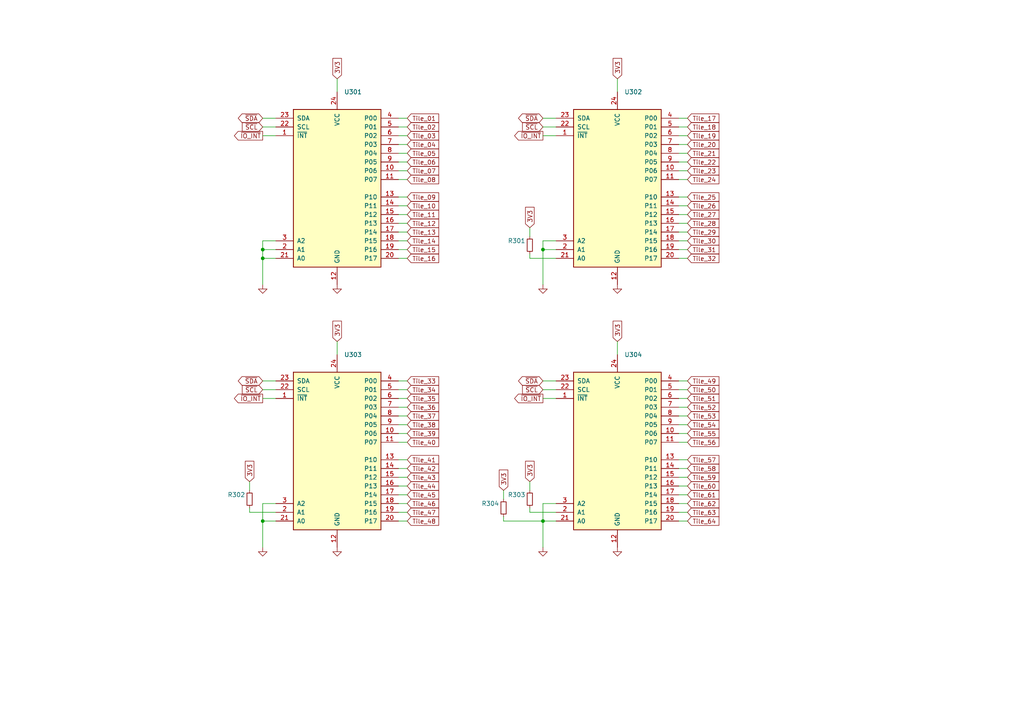
<source format=kicad_sch>
(kicad_sch (version 20211123) (generator eeschema)
  (paper "A4")
  (lib_symbols
    (symbol "Device:R_Small" (pin_numbers hide) (pin_names (offset 0.254) hide)
      (property "Reference" "R" (at 0.762 0.508 0))
      (property "Value" "R_Small" (at 0.762 -1.016 0))
      (symbol "R_Small_0_1"
        (rectangle (start -0.762 1.778) (end 0.762 -1.778) (stroke (width 0.2032)))
      )
      (symbol "R_Small_1_1"
        (pin passive line (at 0 2.54 270) (length 0.762) (name "~") (number "1"))
        (pin passive line (at 0 -2.54 90) (length 0.762) (name "~") (number "2"))
      )
    )
    (symbol "Interface_Expansion:TCA9535PWR" (pin_names (offset 1.016))
      (property "Reference" "U" (at -11.43 24.13 0))
      (property "Value" "TCA9535PWR" (at 0 0 0))
      (symbol "TCA9535PWR_0_1"
        (rectangle (start -12.7 22.86) (end 12.7 -22.86) (stroke (width 0.254)) (fill (type background)))
      )
      (symbol "TCA9535PWR_1_1"
        (pin open_collector line (at -17.78 15.24 0) (length 5.08) (name "~{INT}") (number "1"))
        (pin bidirectional line (at 17.78 5.08 180) (length 5.08) (name "P06") (number "10"))
        (pin bidirectional line (at 17.78 2.54 180) (length 5.08) (name "P07") (number "11"))
        (pin power_in line (at 0 -27.94 90) (length 5.08) (name "GND") (number "12"))
        (pin bidirectional line (at 17.78 -2.54 180) (length 5.08) (name "P10") (number "13"))
        (pin bidirectional line (at 17.78 -5.08 180) (length 5.08) (name "P11") (number "14"))
        (pin bidirectional line (at 17.78 -7.62 180) (length 5.08) (name "P12") (number "15"))
        (pin bidirectional line (at 17.78 -10.16 180) (length 5.08) (name "P13") (number "16"))
        (pin bidirectional line (at 17.78 -12.7 180) (length 5.08) (name "P14") (number "17"))
        (pin bidirectional line (at 17.78 -15.24 180) (length 5.08) (name "P15") (number "18"))
        (pin bidirectional line (at 17.78 -17.78 180) (length 5.08) (name "P16") (number "19"))
        (pin input line (at -17.78 -17.78 0) (length 5.08) (name "A1") (number "2"))
        (pin bidirectional line (at 17.78 -20.32 180) (length 5.08) (name "P17") (number "20"))
        (pin input line (at -17.78 -20.32 0) (length 5.08) (name "A0") (number "21"))
        (pin input line (at -17.78 17.78 0) (length 5.08) (name "SCL") (number "22"))
        (pin bidirectional line (at -17.78 20.32 0) (length 5.08) (name "SDA") (number "23"))
        (pin power_in line (at 0 27.94 270) (length 5.08) (name "VCC") (number "24"))
        (pin input line (at -17.78 -15.24 0) (length 5.08) (name "A2") (number "3"))
        (pin bidirectional line (at 17.78 20.32 180) (length 5.08) (name "P00") (number "4"))
        (pin bidirectional line (at 17.78 17.78 180) (length 5.08) (name "P01") (number "5"))
        (pin bidirectional line (at 17.78 15.24 180) (length 5.08) (name "P02") (number "6"))
        (pin bidirectional line (at 17.78 12.7 180) (length 5.08) (name "P03") (number "7"))
        (pin bidirectional line (at 17.78 10.16 180) (length 5.08) (name "P04") (number "8"))
        (pin bidirectional line (at 17.78 7.62 180) (length 5.08) (name "P05") (number "9"))
      )
    )
    (symbol "power:GND" (power) (pin_names (offset 0))
      (property "Value" "GND" (at 0 -3.81 0))
      (symbol "GND_0_1"
        (polyline (pts (xy 0 0) (xy 0 -1.27) (xy 1.27 -1.27) (xy 0 -2.54) (xy -1.27 -1.27) (xy 0 -1.27)))
      )
      (symbol "GND_1_1"
        (pin power_in line (at 0 0 270) (length 0) hide (name "GND") (number "1"))
      )
    )
  )
  (junction (at 157.48 72.39))
  (junction (at 76.2 151.13))
  (junction (at 76.2 72.39))
  (junction (at 76.2 74.93))
  (junction (at 157.48 151.13))
  (wire (pts (xy 199.39 34.29) (xy 196.85 34.29)))
  (wire (pts (xy 146.05 151.13) (xy 157.48 151.13)))
  (wire (pts (xy 76.2 34.29) (xy 80.01 34.29)))
  (wire (pts (xy 118.11 120.65) (xy 115.57 120.65)))
  (wire (pts (xy 118.11 138.43) (xy 115.57 138.43)))
  (wire (pts (xy 179.07 22.86) (xy 179.07 26.67)))
  (wire (pts (xy 118.11 52.07) (xy 115.57 52.07)))
  (wire (pts (xy 118.11 39.37) (xy 115.57 39.37)))
  (wire (pts (xy 76.2 69.85) (xy 76.2 72.39)))
  (wire (pts (xy 97.79 22.86) (xy 97.79 26.67)))
  (wire (pts (xy 199.39 113.03) (xy 196.85 113.03)))
  (wire (pts (xy 76.2 151.13) (xy 76.2 158.75)))
  (wire (pts (xy 80.01 146.05) (xy 76.2 146.05)))
  (wire (pts (xy 199.39 74.93) (xy 196.85 74.93)))
  (wire (pts (xy 199.39 151.13) (xy 196.85 151.13)))
  (wire (pts (xy 157.48 36.83) (xy 161.29 36.83)))
  (wire (pts (xy 199.39 46.99) (xy 196.85 46.99)))
  (wire (pts (xy 76.2 113.03) (xy 80.01 113.03)))
  (wire (pts (xy 157.48 39.37) (xy 161.29 39.37)))
  (wire (pts (xy 153.67 73.66) (xy 153.67 74.93)))
  (wire (pts (xy 199.39 62.23) (xy 196.85 62.23)))
  (wire (pts (xy 199.39 69.85) (xy 196.85 69.85)))
  (wire (pts (xy 118.11 41.91) (xy 115.57 41.91)))
  (wire (pts (xy 76.2 74.93) (xy 80.01 74.93)))
  (wire (pts (xy 199.39 36.83) (xy 196.85 36.83)))
  (wire (pts (xy 118.11 64.77) (xy 115.57 64.77)))
  (wire (pts (xy 118.11 125.73) (xy 115.57 125.73)))
  (wire (pts (xy 118.11 133.35) (xy 115.57 133.35)))
  (wire (pts (xy 118.11 67.31) (xy 115.57 67.31)))
  (wire (pts (xy 199.39 41.91) (xy 196.85 41.91)))
  (wire (pts (xy 179.07 99.06) (xy 179.07 102.87)))
  (wire (pts (xy 157.48 110.49) (xy 161.29 110.49)))
  (wire (pts (xy 76.2 72.39) (xy 76.2 74.93)))
  (wire (pts (xy 161.29 69.85) (xy 157.48 69.85)))
  (wire (pts (xy 199.39 64.77) (xy 196.85 64.77)))
  (wire (pts (xy 118.11 113.03) (xy 115.57 113.03)))
  (wire (pts (xy 118.11 123.19) (xy 115.57 123.19)))
  (wire (pts (xy 157.48 151.13) (xy 157.48 158.75)))
  (wire (pts (xy 118.11 151.13) (xy 115.57 151.13)))
  (wire (pts (xy 76.2 110.49) (xy 80.01 110.49)))
  (wire (pts (xy 118.11 69.85) (xy 115.57 69.85)))
  (wire (pts (xy 118.11 46.99) (xy 115.57 46.99)))
  (wire (pts (xy 146.05 149.86) (xy 146.05 151.13)))
  (wire (pts (xy 153.67 74.93) (xy 161.29 74.93)))
  (wire (pts (xy 199.39 125.73) (xy 196.85 125.73)))
  (wire (pts (xy 157.48 72.39) (xy 161.29 72.39)))
  (wire (pts (xy 199.39 44.45) (xy 196.85 44.45)))
  (wire (pts (xy 76.2 151.13) (xy 80.01 151.13)))
  (wire (pts (xy 199.39 72.39) (xy 196.85 72.39)))
  (wire (pts (xy 199.39 133.35) (xy 196.85 133.35)))
  (wire (pts (xy 199.39 138.43) (xy 196.85 138.43)))
  (wire (pts (xy 199.39 123.19) (xy 196.85 123.19)))
  (wire (pts (xy 118.11 140.97) (xy 115.57 140.97)))
  (wire (pts (xy 199.39 67.31) (xy 196.85 67.31)))
  (wire (pts (xy 76.2 39.37) (xy 80.01 39.37)))
  (wire (pts (xy 146.05 142.24) (xy 146.05 144.78)))
  (wire (pts (xy 118.11 118.11) (xy 115.57 118.11)))
  (wire (pts (xy 76.2 36.83) (xy 80.01 36.83)))
  (wire (pts (xy 118.11 128.27) (xy 115.57 128.27)))
  (wire (pts (xy 199.39 49.53) (xy 196.85 49.53)))
  (wire (pts (xy 76.2 72.39) (xy 80.01 72.39)))
  (wire (pts (xy 199.39 59.69) (xy 196.85 59.69)))
  (wire (pts (xy 157.48 113.03) (xy 161.29 113.03)))
  (wire (pts (xy 118.11 74.93) (xy 115.57 74.93)))
  (wire (pts (xy 199.39 140.97) (xy 196.85 140.97)))
  (wire (pts (xy 118.11 143.51) (xy 115.57 143.51)))
  (wire (pts (xy 157.48 72.39) (xy 157.48 82.55)))
  (wire (pts (xy 199.39 148.59) (xy 196.85 148.59)))
  (wire (pts (xy 199.39 52.07) (xy 196.85 52.07)))
  (wire (pts (xy 118.11 57.15) (xy 115.57 57.15)))
  (wire (pts (xy 118.11 59.69) (xy 115.57 59.69)))
  (wire (pts (xy 118.11 36.83) (xy 115.57 36.83)))
  (wire (pts (xy 97.79 99.06) (xy 97.79 102.87)))
  (wire (pts (xy 118.11 62.23) (xy 115.57 62.23)))
  (wire (pts (xy 72.39 139.7) (xy 72.39 142.24)))
  (wire (pts (xy 118.11 44.45) (xy 115.57 44.45)))
  (wire (pts (xy 76.2 74.93) (xy 76.2 82.55)))
  (wire (pts (xy 157.48 115.57) (xy 161.29 115.57)))
  (wire (pts (xy 118.11 146.05) (xy 115.57 146.05)))
  (wire (pts (xy 153.67 66.04) (xy 153.67 68.58)))
  (wire (pts (xy 199.39 143.51) (xy 196.85 143.51)))
  (wire (pts (xy 72.39 148.59) (xy 80.01 148.59)))
  (wire (pts (xy 157.48 151.13) (xy 161.29 151.13)))
  (wire (pts (xy 199.39 146.05) (xy 196.85 146.05)))
  (wire (pts (xy 118.11 110.49) (xy 115.57 110.49)))
  (wire (pts (xy 199.39 120.65) (xy 196.85 120.65)))
  (wire (pts (xy 199.39 110.49) (xy 196.85 110.49)))
  (wire (pts (xy 199.39 39.37) (xy 196.85 39.37)))
  (wire (pts (xy 153.67 139.7) (xy 153.67 142.24)))
  (wire (pts (xy 118.11 72.39) (xy 115.57 72.39)))
  (wire (pts (xy 72.39 147.32) (xy 72.39 148.59)))
  (wire (pts (xy 199.39 135.89) (xy 196.85 135.89)))
  (wire (pts (xy 157.48 146.05) (xy 157.48 151.13)))
  (wire (pts (xy 76.2 115.57) (xy 80.01 115.57)))
  (wire (pts (xy 118.11 135.89) (xy 115.57 135.89)))
  (wire (pts (xy 161.29 146.05) (xy 157.48 146.05)))
  (wire (pts (xy 118.11 148.59) (xy 115.57 148.59)))
  (wire (pts (xy 199.39 128.27) (xy 196.85 128.27)))
  (wire (pts (xy 118.11 34.29) (xy 115.57 34.29)))
  (wire (pts (xy 199.39 115.57) (xy 196.85 115.57)))
  (wire (pts (xy 157.48 34.29) (xy 161.29 34.29)))
  (wire (pts (xy 80.01 69.85) (xy 76.2 69.85)))
  (wire (pts (xy 118.11 115.57) (xy 115.57 115.57)))
  (wire (pts (xy 153.67 147.32) (xy 153.67 148.59)))
  (wire (pts (xy 199.39 118.11) (xy 196.85 118.11)))
  (wire (pts (xy 153.67 148.59) (xy 161.29 148.59)))
  (wire (pts (xy 199.39 57.15) (xy 196.85 57.15)))
  (wire (pts (xy 76.2 146.05) (xy 76.2 151.13)))
  (wire (pts (xy 118.11 49.53) (xy 115.57 49.53)))
  (wire (pts (xy 157.48 69.85) (xy 157.48 72.39)))
  (global_label "~{SCL}" (shape input) (at 157.48 113.03 180) (property "Intersheet References" "${INTERSHEET_REFS}" (effects hide)))
  (global_label "3V3" (shape input) (at 97.79 22.86 90) (property "Intersheet References" "${INTERSHEET_REFS}" (effects hide)))
  (global_label "Tile_47" (shape input) (at 118.11 148.59 0) (property "Intersheet References" "${INTERSHEET_REFS}" (effects hide)))
  (global_label "Tile_10" (shape input) (at 118.11 59.69 0) (property "Intersheet References" "${INTERSHEET_REFS}" (effects hide)))
  (global_label "Tile_11" (shape input) (at 118.11 62.23 0) (property "Intersheet References" "${INTERSHEET_REFS}" (effects hide)))
  (global_label "Tile_45" (shape input) (at 118.11 143.51 0) (property "Intersheet References" "${INTERSHEET_REFS}" (effects hide)))
  (global_label "Tile_05" (shape input) (at 118.11 44.45 0) (property "Intersheet References" "${INTERSHEET_REFS}" (effects hide)))
  (global_label "Tile_40" (shape input) (at 118.11 128.27 0) (property "Intersheet References" "${INTERSHEET_REFS}" (effects hide)))
  (global_label "Tile_36" (shape input) (at 118.11 118.11 0) (property "Intersheet References" "${INTERSHEET_REFS}" (effects hide)))
  (global_label "~{IO_INT}" (shape output) (at 76.2 39.37 180) (property "Intersheet References" "${INTERSHEET_REFS}" (effects hide)))
  (global_label "Tile_39" (shape input) (at 118.11 125.73 0) (property "Intersheet References" "${INTERSHEET_REFS}" (effects hide)))
  (global_label "Tile_41" (shape input) (at 118.11 133.35 0) (property "Intersheet References" "${INTERSHEET_REFS}" (effects hide)))
  (global_label "Tile_20" (shape input) (at 199.39 41.91 0) (property "Intersheet References" "${INTERSHEET_REFS}" (effects hide)))
  (global_label "~{SDA}" (shape bidirectional) (at 157.48 34.29 180) (property "Intersheet References" "${INTERSHEET_REFS}" (effects hide)))
  (global_label "Tile_33" (shape input) (at 118.11 110.49 0) (property "Intersheet References" "${INTERSHEET_REFS}" (effects hide)))
  (global_label "~{SCL}" (shape input) (at 157.48 36.83 180) (property "Intersheet References" "${INTERSHEET_REFS}" (effects hide)))
  (global_label "Tile_35" (shape input) (at 118.11 115.57 0) (property "Intersheet References" "${INTERSHEET_REFS}" (effects hide)))
  (global_label "Tile_32" (shape input) (at 199.39 74.93 0) (property "Intersheet References" "${INTERSHEET_REFS}" (effects hide)))
  (global_label "Tile_48" (shape input) (at 118.11 151.13 0) (property "Intersheet References" "${INTERSHEET_REFS}" (effects hide)))
  (global_label "Tile_44" (shape input) (at 118.11 140.97 0) (property "Intersheet References" "${INTERSHEET_REFS}" (effects hide)))
  (global_label "~{IO_INT}" (shape output) (at 76.2 115.57 180) (property "Intersheet References" "${INTERSHEET_REFS}" (effects hide)))
  (global_label "Tile_29" (shape input) (at 199.39 67.31 0) (property "Intersheet References" "${INTERSHEET_REFS}" (effects hide)))
  (global_label "Tile_52" (shape input) (at 199.39 118.11 0) (property "Intersheet References" "${INTERSHEET_REFS}" (effects hide)))
  (global_label "Tile_07" (shape input) (at 118.11 49.53 0) (property "Intersheet References" "${INTERSHEET_REFS}" (effects hide)))
  (global_label "Tile_62" (shape input) (at 199.39 146.05 0) (property "Intersheet References" "${INTERSHEET_REFS}" (effects hide)))
  (global_label "Tile_26" (shape input) (at 199.39 59.69 0) (property "Intersheet References" "${INTERSHEET_REFS}" (effects hide)))
  (global_label "Tile_37" (shape input) (at 118.11 120.65 0) (property "Intersheet References" "${INTERSHEET_REFS}" (effects hide)))
  (global_label "3V3" (shape input) (at 153.67 66.04 90) (property "Intersheet References" "${INTERSHEET_REFS}" (effects hide)))
  (global_label "~{SDA}" (shape bidirectional) (at 76.2 34.29 180) (property "Intersheet References" "${INTERSHEET_REFS}" (effects hide)))
  (global_label "Tile_03" (shape input) (at 118.11 39.37 0) (property "Intersheet References" "${INTERSHEET_REFS}" (effects hide)))
  (global_label "3V3" (shape input) (at 97.79 99.06 90) (property "Intersheet References" "${INTERSHEET_REFS}" (effects hide)))
  (global_label "Tile_61" (shape input) (at 199.39 143.51 0) (property "Intersheet References" "${INTERSHEET_REFS}" (effects hide)))
  (global_label "Tile_13" (shape input) (at 118.11 67.31 0) (property "Intersheet References" "${INTERSHEET_REFS}" (effects hide)))
  (global_label "Tile_51" (shape input) (at 199.39 115.57 0) (property "Intersheet References" "${INTERSHEET_REFS}" (effects hide)))
  (global_label "Tile_46" (shape input) (at 118.11 146.05 0) (property "Intersheet References" "${INTERSHEET_REFS}" (effects hide)))
  (global_label "Tile_18" (shape input) (at 199.39 36.83 0) (property "Intersheet References" "${INTERSHEET_REFS}" (effects hide)))
  (global_label "Tile_24" (shape input) (at 199.39 52.07 0) (property "Intersheet References" "${INTERSHEET_REFS}" (effects hide)))
  (global_label "Tile_15" (shape input) (at 118.11 72.39 0) (property "Intersheet References" "${INTERSHEET_REFS}" (effects hide)))
  (global_label "Tile_31" (shape input) (at 199.39 72.39 0) (property "Intersheet References" "${INTERSHEET_REFS}" (effects hide)))
  (global_label "Tile_57" (shape input) (at 199.39 133.35 0) (property "Intersheet References" "${INTERSHEET_REFS}" (effects hide)))
  (global_label "Tile_09" (shape input) (at 118.11 57.15 0) (property "Intersheet References" "${INTERSHEET_REFS}" (effects hide)))
  (global_label "~{SDA}" (shape bidirectional) (at 157.48 110.49 180) (property "Intersheet References" "${INTERSHEET_REFS}" (effects hide)))
  (global_label "Tile_22" (shape input) (at 199.39 46.99 0) (property "Intersheet References" "${INTERSHEET_REFS}" (effects hide)))
  (global_label "~{SCL}" (shape input) (at 76.2 36.83 180) (property "Intersheet References" "${INTERSHEET_REFS}" (effects hide)))
  (global_label "Tile_23" (shape input) (at 199.39 49.53 0) (property "Intersheet References" "${INTERSHEET_REFS}" (effects hide)))
  (global_label "Tile_30" (shape input) (at 199.39 69.85 0) (property "Intersheet References" "${INTERSHEET_REFS}" (effects hide)))
  (global_label "Tile_27" (shape input) (at 199.39 62.23 0) (property "Intersheet References" "${INTERSHEET_REFS}" (effects hide)))
  (global_label "Tile_34" (shape input) (at 118.11 113.03 0) (property "Intersheet References" "${INTERSHEET_REFS}" (effects hide)))
  (global_label "Tile_59" (shape input) (at 199.39 138.43 0) (property "Intersheet References" "${INTERSHEET_REFS}" (effects hide)))
  (global_label "Tile_43" (shape input) (at 118.11 138.43 0) (property "Intersheet References" "${INTERSHEET_REFS}" (effects hide)))
  (global_label "Tile_53" (shape input) (at 199.39 120.65 0) (property "Intersheet References" "${INTERSHEET_REFS}" (effects hide)))
  (global_label "Tile_02" (shape input) (at 118.11 36.83 0) (property "Intersheet References" "${INTERSHEET_REFS}" (effects hide)))
  (global_label "Tile_42" (shape input) (at 118.11 135.89 0) (property "Intersheet References" "${INTERSHEET_REFS}" (effects hide)))
  (global_label "Tile_54" (shape input) (at 199.39 123.19 0) (property "Intersheet References" "${INTERSHEET_REFS}" (effects hide)))
  (global_label "Tile_19" (shape input) (at 199.39 39.37 0) (property "Intersheet References" "${INTERSHEET_REFS}" (effects hide)))
  (global_label "Tile_12" (shape input) (at 118.11 64.77 0) (property "Intersheet References" "${INTERSHEET_REFS}" (effects hide)))
  (global_label "Tile_14" (shape input) (at 118.11 69.85 0) (property "Intersheet References" "${INTERSHEET_REFS}" (effects hide)))
  (global_label "Tile_16" (shape input) (at 118.11 74.93 0) (property "Intersheet References" "${INTERSHEET_REFS}" (effects hide)))
  (global_label "3V3" (shape input) (at 146.05 142.24 90) (property "Intersheet References" "${INTERSHEET_REFS}" (effects hide)))
  (global_label "Tile_06" (shape input) (at 118.11 46.99 0) (property "Intersheet References" "${INTERSHEET_REFS}" (effects hide)))
  (global_label "Tile_04" (shape input) (at 118.11 41.91 0) (property "Intersheet References" "${INTERSHEET_REFS}" (effects hide)))
  (global_label "Tile_08" (shape input) (at 118.11 52.07 0) (property "Intersheet References" "${INTERSHEET_REFS}" (effects hide)))
  (global_label "Tile_17" (shape input) (at 199.39 34.29 0) (property "Intersheet References" "${INTERSHEET_REFS}" (effects hide)))
  (global_label "Tile_56" (shape input) (at 199.39 128.27 0) (property "Intersheet References" "${INTERSHEET_REFS}" (effects hide)))
  (global_label "Tile_38" (shape input) (at 118.11 123.19 0) (property "Intersheet References" "${INTERSHEET_REFS}" (effects hide)))
  (global_label "Tile_49" (shape input) (at 199.39 110.49 0) (property "Intersheet References" "${INTERSHEET_REFS}" (effects hide)))
  (global_label "3V3" (shape input) (at 179.07 99.06 90) (property "Intersheet References" "${INTERSHEET_REFS}" (effects hide)))
  (global_label "Tile_58" (shape input) (at 199.39 135.89 0) (property "Intersheet References" "${INTERSHEET_REFS}" (effects hide)))
  (global_label "3V3" (shape input) (at 179.07 22.86 90) (property "Intersheet References" "${INTERSHEET_REFS}" (effects hide)))
  (global_label "3V3" (shape input) (at 153.67 139.7 90) (property "Intersheet References" "${INTERSHEET_REFS}" (effects hide)))
  (global_label "~{SCL}" (shape input) (at 76.2 113.03 180) (property "Intersheet References" "${INTERSHEET_REFS}" (effects hide)))
  (global_label "Tile_28" (shape input) (at 199.39 64.77 0) (property "Intersheet References" "${INTERSHEET_REFS}" (effects hide)))
  (global_label "~{IO_INT}" (shape output) (at 157.48 115.57 180) (property "Intersheet References" "${INTERSHEET_REFS}" (effects hide)))
  (global_label "Tile_50" (shape input) (at 199.39 113.03 0) (property "Intersheet References" "${INTERSHEET_REFS}" (effects hide)))
  (global_label "Tile_64" (shape input) (at 199.39 151.13 0) (property "Intersheet References" "${INTERSHEET_REFS}" (effects hide)))
  (global_label "~{IO_INT}" (shape output) (at 157.48 39.37 180) (property "Intersheet References" "${INTERSHEET_REFS}" (effects hide)))
  (global_label "Tile_63" (shape input) (at 199.39 148.59 0) (property "Intersheet References" "${INTERSHEET_REFS}" (effects hide)))
  (global_label "~{SDA}" (shape bidirectional) (at 76.2 110.49 180) (property "Intersheet References" "${INTERSHEET_REFS}" (effects hide)))
  (global_label "Tile_01" (shape input) (at 118.11 34.29 0) (property "Intersheet References" "${INTERSHEET_REFS}" (effects hide)))
  (global_label "Tile_60" (shape input) (at 199.39 140.97 0) (property "Intersheet References" "${INTERSHEET_REFS}" (effects hide)))
  (global_label "Tile_21" (shape input) (at 199.39 44.45 0) (property "Intersheet References" "${INTERSHEET_REFS}" (effects hide)))
  (global_label "Tile_55" (shape input) (at 199.39 125.73 0) (property "Intersheet References" "${INTERSHEET_REFS}" (effects hide)))
  (global_label "Tile_25" (shape input) (at 199.39 57.15 0) (property "Intersheet References" "${INTERSHEET_REFS}" (effects hide)))
  (global_label "3V3" (shape input) (at 72.39 139.7 90) (property "Intersheet References" "${INTERSHEET_REFS}" (effects hide)))
  (symbol (lib_id "Device:R_Small") (at 146.05 147.32 0) (unit 1)
    (property "Reference" "R304" (at 144.78 146.05 0) (effects (justify right)))
    (property "LCSC" "C25804" (effects hide))
  )
  (symbol (lib_id "power:GND") (at 97.79 158.75 0) (unit 1)
    (property "Reference" "#PWR0306" (effects hide))
    (property "Value" "GND" (effects hide))
  )
  (symbol (lib_id "power:GND") (at 76.2 82.55 0) (unit 1)
    (property "Reference" "#PWR0301" (effects hide))
    (property "Value" "GND" (effects hide))
  )
  (symbol (lib_id "Device:R_Small") (at 72.39 144.78 0) (unit 1)
    (property "Reference" "R302" (at 71.12 143.51 0) (effects (justify right)))
    (property "LCSC" "C25804" (effects hide))
  )
  (symbol (lib_id "power:GND") (at 76.2 158.75 0) (unit 1)
    (property "Reference" "#PWR0305" (effects hide))
    (property "Value" "GND" (effects hide))
  )
  (symbol (lib_id "Interface_Expansion:TCA9535PWR") (at 97.79 130.81 0) (unit 1)
    (property "Reference" "U303" (at 99.8094 102.87 0) (effects (justify left)))
    (property "Datasheet" "https://datasheet.lcsc.com/lcsc/1811131658_NXP-Semicon-PCA9535PW-118_C255606.pdf" (effects hide))
    (property "LCSC" "C255606" (effects hide))
  )
  (symbol (lib_id "power:GND") (at 97.79 82.55 0) (unit 1)
    (property "Reference" "#PWR0302" (effects hide))
    (property "Value" "GND" (effects hide))
  )
  (symbol (lib_id "power:GND") (at 157.48 82.55 0) (unit 1)
    (property "Reference" "#PWR0303" (effects hide))
    (property "Value" "GND" (effects hide))
  )
  (symbol (lib_id "power:GND") (at 179.07 158.75 0) (unit 1)
    (property "Reference" "#PWR0308" (effects hide))
    (property "Value" "GND" (effects hide))
  )
  (symbol (lib_id "Interface_Expansion:TCA9535PWR") (at 179.07 54.61 0) (unit 1)
    (property "Reference" "U302" (at 181.0894 26.67 0) (effects (justify left)))
    (property "Datasheet" "https://datasheet.lcsc.com/lcsc/1811131658_NXP-Semicon-PCA9535PW-118_C255606.pdf" (effects hide))
    (property "LCSC" "C255606" (effects hide))
  )
  (symbol (lib_id "Device:R_Small") (at 153.67 144.78 0) (unit 1)
    (property "Reference" "R303" (at 152.4 143.51 0) (effects (justify right)))
    (property "LCSC" "C25804" (effects hide))
  )
  (symbol (lib_id "power:GND") (at 179.07 82.55 0) (unit 1)
    (property "Reference" "#PWR0304" (effects hide))
    (property "Value" "GND" (effects hide))
  )
  (symbol (lib_id "Interface_Expansion:TCA9535PWR") (at 97.79 54.61 0) (unit 1)
    (property "Reference" "U301" (at 99.8094 26.67 0) (effects (justify left)))
    (property "Datasheet" "https://datasheet.lcsc.com/lcsc/1811131658_NXP-Semicon-PCA9535PW-118_C255606.pdf" (effects hide))
    (property "LCSC" "C255606" (effects hide))
  )
  (symbol (lib_id "Interface_Expansion:TCA9535PWR") (at 179.07 130.81 0) (unit 1)
    (property "Reference" "U304" (at 181.0894 102.87 0) (effects (justify left)))
    (property "Datasheet" "https://datasheet.lcsc.com/lcsc/1811131658_NXP-Semicon-PCA9535PW-118_C255606.pdf" (effects hide))
    (property "LCSC" "C255606" (effects hide))
  )
  (symbol (lib_id "power:GND") (at 157.48 158.75 0) (unit 1)
    (property "Reference" "#PWR0307" (effects hide))
    (property "Value" "GND" (effects hide))
  )
  (symbol (lib_id "Device:R_Small") (at 153.67 71.12 0) (unit 1)
    (property "Reference" "R301" (at 152.4 69.85 0) (effects (justify right)))
    (property "LCSC" "C25804" (effects hide))
  )
)
</source>
